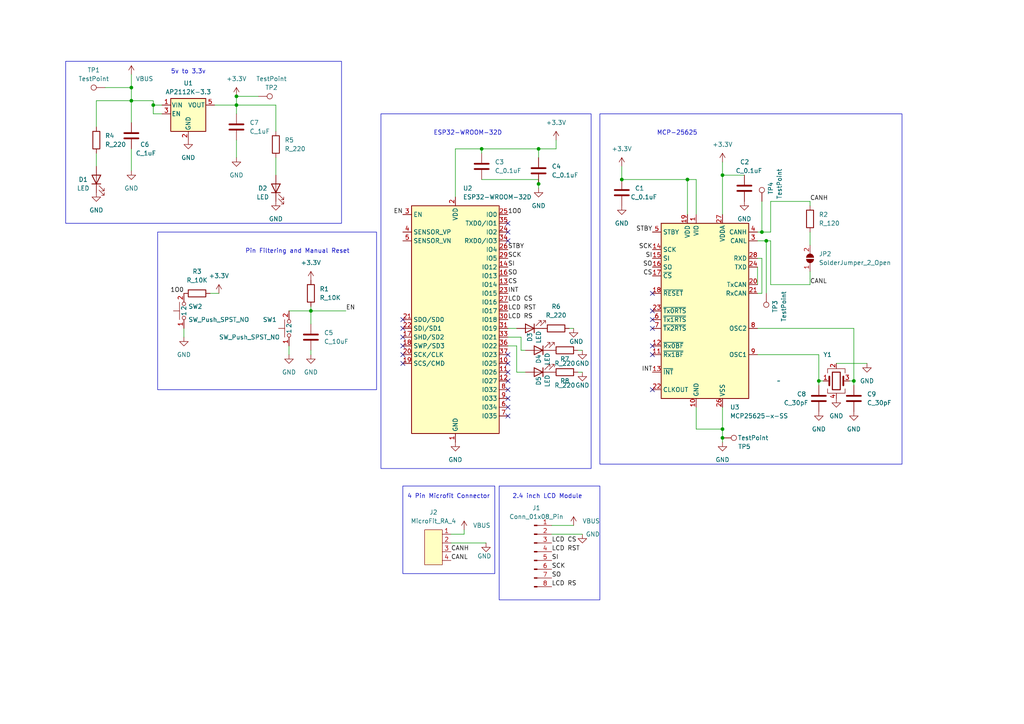
<source format=kicad_sch>
(kicad_sch (version 20230121) (generator eeschema)
  (paper "A4")
  (lib_symbols
    (symbol "Connector:Conn_01x08_Pin" (pin_names (offset 1.016) hide)
      (property "Reference" "J" (at 0 10.16 0))
      (property "Value" "Conn_01x08_Pin" (at 0 -12.7 0))
      (symbol "Conn_01x08_Pin_1_1"
        (polyline (pts (xy 1.27 -10.16) (xy 0.8636 -10.16)) (stroke (width 0.1524)))
        (polyline (pts (xy 1.27 -7.62) (xy 0.8636 -7.62)) (stroke (width 0.1524)))
        (polyline (pts (xy 1.27 -5.08) (xy 0.8636 -5.08)) (stroke (width 0.1524)))
        (polyline (pts (xy 1.27 -2.54) (xy 0.8636 -2.54)) (stroke (width 0.1524)))
        (polyline (pts (xy 1.27 0) (xy 0.8636 0)) (stroke (width 0.1524)))
        (polyline (pts (xy 1.27 2.54) (xy 0.8636 2.54)) (stroke (width 0.1524)))
        (polyline (pts (xy 1.27 5.08) (xy 0.8636 5.08)) (stroke (width 0.1524)))
        (polyline (pts (xy 1.27 7.62) (xy 0.8636 7.62)) (stroke (width 0.1524)))
        (rectangle (start 0.8636 -10.033) (end 0 -10.287) (stroke (width 0.1524)) (fill (type outline)))
        (rectangle (start 0.8636 -7.493) (end 0 -7.747) (stroke (width 0.1524)) (fill (type outline)))
        (rectangle (start 0.8636 -4.953) (end 0 -5.207) (stroke (width 0.1524)) (fill (type outline)))
        (rectangle (start 0.8636 -2.413) (end 0 -2.667) (stroke (width 0.1524)) (fill (type outline)))
        (rectangle (start 0.8636 0.127) (end 0 -0.127) (stroke (width 0.1524)) (fill (type outline)))
        (rectangle (start 0.8636 2.667) (end 0 2.413) (stroke (width 0.1524)) (fill (type outline)))
        (rectangle (start 0.8636 5.207) (end 0 4.953) (stroke (width 0.1524)) (fill (type outline)))
        (rectangle (start 0.8636 7.747) (end 0 7.493) (stroke (width 0.1524)) (fill (type outline)))
        (pin passive line (at 5.08 7.62 180) (length 3.81) (name "Pin_1") (number "1"))
        (pin passive line (at 5.08 5.08 180) (length 3.81) (name "Pin_2") (number "2"))
        (pin passive line (at 5.08 2.54 180) (length 3.81) (name "Pin_3") (number "3"))
        (pin passive line (at 5.08 0 180) (length 3.81) (name "Pin_4") (number "4"))
        (pin passive line (at 5.08 -2.54 180) (length 3.81) (name "Pin_5") (number "5"))
        (pin passive line (at 5.08 -5.08 180) (length 3.81) (name "Pin_6") (number "6"))
        (pin passive line (at 5.08 -7.62 180) (length 3.81) (name "Pin_7") (number "7"))
        (pin passive line (at 5.08 -10.16 180) (length 3.81) (name "Pin_8") (number "8"))
      )
    )
    (symbol "Connector:TestPoint" (pin_numbers hide) (pin_names (offset 0.762) hide)
      (property "Reference" "TP" (at 0 6.858 0))
      (property "Value" "TestPoint" (at 0 5.08 0))
      (symbol "TestPoint_0_1"
        (circle (center 0 3.302) (radius 0.762))
      )
      (symbol "TestPoint_1_1"
        (pin passive line (at 0 0 90) (length 2.54) (name "1") (number "1"))
      )
    )
    (symbol "Device:LED" (pin_numbers hide) (pin_names (offset 1.016) hide)
      (property "Reference" "D" (at 0 2.54 0))
      (property "Value" "LED" (at 0 -2.54 0))
      (symbol "LED_0_1"
        (polyline (pts (xy -1.27 -1.27) (xy -1.27 1.27)) (stroke (width 0.254)))
        (polyline (pts (xy -1.27 0) (xy 1.27 0)))
        (polyline (pts (xy 1.27 -1.27) (xy 1.27 1.27) (xy -1.27 0) (xy 1.27 -1.27)) (stroke (width 0.254)))
        (polyline (pts (xy -3.048 -0.762) (xy -4.572 -2.286) (xy -3.81 -2.286) (xy -4.572 -2.286) (xy -4.572 -1.524)))
        (polyline (pts (xy -1.778 -0.762) (xy -3.302 -2.286) (xy -2.54 -2.286) (xy -3.302 -2.286) (xy -3.302 -1.524)))
      )
      (symbol "LED_1_1"
        (pin passive line (at -3.81 0 0) (length 2.54) (name "K") (number "1"))
        (pin passive line (at 3.81 0 180) (length 2.54) (name "A") (number "2"))
      )
    )
    (symbol "Jumper:SolderJumper_2_Open" (pin_names (offset 0) hide)
      (property "Reference" "JP" (at 0 2.032 0))
      (property "Value" "SolderJumper_2_Open" (at 0 -2.54 0))
      (symbol "SolderJumper_2_Open_0_1"
        (arc (start -0.254 1.016) (mid -1.2656 0) (end -0.254 -1.016))
        (arc (start -0.254 1.016) (mid -1.2656 0) (end -0.254 -1.016) (fill (type outline)))
        (polyline (pts (xy -0.254 1.016) (xy -0.254 -1.016)))
        (polyline (pts (xy 0.254 1.016) (xy 0.254 -1.016)))
        (arc (start 0.254 -1.016) (mid 1.2656 0) (end 0.254 1.016))
        (arc (start 0.254 -1.016) (mid 1.2656 0) (end 0.254 1.016) (fill (type outline)))
      )
      (symbol "SolderJumper_2_Open_1_1"
        (pin passive line (at -3.81 0 0) (length 2.54) (name "A") (number "1"))
        (pin passive line (at 3.81 0 180) (length 2.54) (name "B") (number "2"))
      )
    )
    (symbol "OEM:30pF" (pin_numbers hide) (pin_names (offset 0.254))
      (property "Reference" "C" (at 0.635 2.54 0))
      (property "Value" "30pF" (at 0.635 -2.54 0))
      (symbol "30pF_0_1"
        (polyline (pts (xy -2.032 -0.762) (xy 2.032 -0.762)) (stroke (width 0.508)))
        (polyline (pts (xy -2.032 0.762) (xy 2.032 0.762)) (stroke (width 0.508)))
      )
      (symbol "30pF_1_1"
        (pin passive line (at 0 3.81 270) (length 2.794) (name "~") (number "1"))
        (pin passive line (at 0 -3.81 90) (length 2.794) (name "~") (number "2"))
      )
    )
    (symbol "OEM:Crystal_16MHz_18pF" (pin_names (offset 1.016) hide)
      (property "Reference" "Y" (at 3.175 5.08 0))
      (property "Value" "Crystal_16MHz_18pF" (at 3.175 3.175 0))
      (symbol "Crystal_16MHz_18pF_0_1"
        (rectangle (start -1.143 2.54) (end 1.143 -2.54) (stroke (width 0.3048)))
        (polyline (pts (xy -2.54 0) (xy -2.032 0)))
        (polyline (pts (xy -2.032 -1.27) (xy -2.032 1.27)) (stroke (width 0.508)))
        (polyline (pts (xy 0 -3.81) (xy 0 -3.556)))
        (polyline (pts (xy 0 3.556) (xy 0 3.81)))
        (polyline (pts (xy 2.032 -1.27) (xy 2.032 1.27)) (stroke (width 0.508)))
        (polyline (pts (xy 2.032 0) (xy 2.54 0)))
        (polyline (pts (xy -2.54 -2.286) (xy -2.54 -3.556) (xy 2.54 -3.556) (xy 2.54 -2.286)))
        (polyline (pts (xy -2.54 2.286) (xy -2.54 3.556) (xy 2.54 3.556) (xy 2.54 2.286)))
      )
      (symbol "Crystal_16MHz_18pF_1_1"
        (pin passive line (at -3.81 0 0) (length 1.27) (name "1") (number "1"))
        (pin passive line (at 0 5.08 270) (length 1.27) (name "2") (number "2"))
        (pin passive line (at 3.81 0 180) (length 1.27) (name "3") (number "3"))
        (pin passive line (at 0 -5.08 90) (length 1.27) (name "4") (number "4"))
      )
    )
    (symbol "RF_Module:ESP32-WROOM-32D"
      (property "Reference" "U" (at -12.7 34.29 0))
      (property "Value" "ESP32-WROOM-32D" (at 1.27 34.29 0))
      (symbol "ESP32-WROOM-32D_0_1"
        (rectangle (start -12.7 33.02) (end 12.7 -33.02) (stroke (width 0.254)) (fill (type background)))
      )
      (symbol "ESP32-WROOM-32D_1_1"
        (pin power_in line (at 0 -35.56 90) (length 2.54) (name "GND") (number "1"))
        (pin bidirectional line (at 15.24 -12.7 180) (length 2.54) (name "IO25") (number "10"))
        (pin bidirectional line (at 15.24 -15.24 180) (length 2.54) (name "IO26") (number "11"))
        (pin bidirectional line (at 15.24 -17.78 180) (length 2.54) (name "IO27") (number "12"))
        (pin bidirectional line (at 15.24 10.16 180) (length 2.54) (name "IO14") (number "13"))
        (pin bidirectional line (at 15.24 15.24 180) (length 2.54) (name "IO12") (number "14"))
        (pin passive line (at 0 -35.56 90) (length 2.54) hide (name "GND") (number "15"))
        (pin bidirectional line (at 15.24 12.7 180) (length 2.54) (name "IO13") (number "16"))
        (pin bidirectional line (at -15.24 -5.08 0) (length 2.54) (name "SHD/SD2") (number "17"))
        (pin bidirectional line (at -15.24 -7.62 0) (length 2.54) (name "SWP/SD3") (number "18"))
        (pin bidirectional line (at -15.24 -12.7 0) (length 2.54) (name "SCS/CMD") (number "19"))
        (pin power_in line (at 0 35.56 270) (length 2.54) (name "VDD") (number "2"))
        (pin bidirectional line (at -15.24 -10.16 0) (length 2.54) (name "SCK/CLK") (number "20"))
        (pin bidirectional line (at -15.24 0 0) (length 2.54) (name "SDO/SD0") (number "21"))
        (pin bidirectional line (at -15.24 -2.54 0) (length 2.54) (name "SDI/SD1") (number "22"))
        (pin bidirectional line (at 15.24 7.62 180) (length 2.54) (name "IO15") (number "23"))
        (pin bidirectional line (at 15.24 25.4 180) (length 2.54) (name "IO2") (number "24"))
        (pin bidirectional line (at 15.24 30.48 180) (length 2.54) (name "IO0") (number "25"))
        (pin bidirectional line (at 15.24 20.32 180) (length 2.54) (name "IO4") (number "26"))
        (pin bidirectional line (at 15.24 5.08 180) (length 2.54) (name "IO16") (number "27"))
        (pin bidirectional line (at 15.24 2.54 180) (length 2.54) (name "IO17") (number "28"))
        (pin bidirectional line (at 15.24 17.78 180) (length 2.54) (name "IO5") (number "29"))
        (pin input line (at -15.24 30.48 0) (length 2.54) (name "EN") (number "3"))
        (pin bidirectional line (at 15.24 0 180) (length 2.54) (name "IO18") (number "30"))
        (pin bidirectional line (at 15.24 -2.54 180) (length 2.54) (name "IO19") (number "31"))
        (pin no_connect line (at -12.7 -27.94 0) (length 2.54) hide (name "NC") (number "32"))
        (pin bidirectional line (at 15.24 -5.08 180) (length 2.54) (name "IO21") (number "33"))
        (pin bidirectional line (at 15.24 22.86 180) (length 2.54) (name "RXD0/IO3") (number "34"))
        (pin bidirectional line (at 15.24 27.94 180) (length 2.54) (name "TXD0/IO1") (number "35"))
        (pin bidirectional line (at 15.24 -7.62 180) (length 2.54) (name "IO22") (number "36"))
        (pin bidirectional line (at 15.24 -10.16 180) (length 2.54) (name "IO23") (number "37"))
        (pin passive line (at 0 -35.56 90) (length 2.54) hide (name "GND") (number "38"))
        (pin passive line (at 0 -35.56 90) (length 2.54) hide (name "GND") (number "39"))
        (pin input line (at -15.24 25.4 0) (length 2.54) (name "SENSOR_VP") (number "4"))
        (pin input line (at -15.24 22.86 0) (length 2.54) (name "SENSOR_VN") (number "5"))
        (pin input line (at 15.24 -25.4 180) (length 2.54) (name "IO34") (number "6"))
        (pin input line (at 15.24 -27.94 180) (length 2.54) (name "IO35") (number "7"))
        (pin bidirectional line (at 15.24 -20.32 180) (length 2.54) (name "IO32") (number "8"))
        (pin bidirectional line (at 15.24 -22.86 180) (length 2.54) (name "IO33") (number "9"))
      )
    )
    (symbol "Regulator_Linear:AP2112K-3.3" (pin_names (offset 0.254))
      (property "Reference" "U" (at -5.08 5.715 0))
      (property "Value" "AP2112K-3.3" (at 0 5.715 0))
      (symbol "AP2112K-3.3_0_1"
        (rectangle (start -5.08 4.445) (end 5.08 -5.08) (stroke (width 0.254)) (fill (type background)))
      )
      (symbol "AP2112K-3.3_1_1"
        (pin power_in line (at -7.62 2.54 0) (length 2.54) (name "VIN") (number "1"))
        (pin power_in line (at 0 -7.62 90) (length 2.54) (name "GND") (number "2"))
        (pin input line (at -7.62 0 0) (length 2.54) (name "EN") (number "3"))
        (pin no_connect line (at 5.08 0 180) (length 2.54) hide (name "NC") (number "4"))
        (pin power_out line (at 7.62 2.54 180) (length 2.54) (name "VOUT") (number "5"))
      )
    )
    (symbol "formula:C_0.1uF" (pin_numbers hide) (pin_names (offset 0.254))
      (property "Reference" "C" (at 0.635 2.54 0))
      (property "Value" "C_0.1uF" (at 0.635 -2.54 0))
      (symbol "C_0.1uF_0_1"
        (polyline (pts (xy -2.032 -0.762) (xy 2.032 -0.762)) (stroke (width 0.508)))
        (polyline (pts (xy -2.032 0.762) (xy 2.032 0.762)) (stroke (width 0.508)))
      )
      (symbol "C_0.1uF_1_1"
        (pin passive line (at 0 3.81 270) (length 2.794) (name "~") (number "1"))
        (pin passive line (at 0 -3.81 90) (length 2.794) (name "~") (number "2"))
      )
    )
    (symbol "formula:C_10uF" (pin_numbers hide) (pin_names (offset 0.254))
      (property "Reference" "C" (at 0.635 3.81 0))
      (property "Value" "C_10uF" (at 0.635 -1.27 0))
      (symbol "C_10uF_0_1"
        (polyline (pts (xy -2.032 0.508) (xy 2.032 0.508)) (stroke (width 0.508)))
        (polyline (pts (xy -2.032 2.032) (xy 2.032 2.032)) (stroke (width 0.508)))
      )
      (symbol "C_10uF_1_1"
        (pin passive line (at 0 5.08 270) (length 2.794) (name "~") (number "1"))
        (pin passive line (at 0 -2.54 90) (length 2.794) (name "~") (number "2"))
      )
    )
    (symbol "formula:C_1uF" (pin_numbers hide) (pin_names (offset 0.254))
      (property "Reference" "C" (at 0.635 3.81 0))
      (property "Value" "C_1uF" (at 0.635 -1.27 0))
      (symbol "C_1uF_0_1"
        (polyline (pts (xy -2.032 0.508) (xy 2.032 0.508)) (stroke (width 0.508)))
        (polyline (pts (xy -2.032 2.032) (xy 2.032 2.032)) (stroke (width 0.508)))
      )
      (symbol "C_1uF_1_1"
        (pin passive line (at 0 5.08 270) (length 2.794) (name "~") (number "1"))
        (pin passive line (at 0 -2.54 90) (length 2.794) (name "~") (number "2"))
      )
    )
    (symbol "formula:MCP25625-x-SS"
      (property "Reference" "U" (at -11.43 26.67 0))
      (property "Value" "MCP25625-x-SS" (at 15.24 26.67 0))
      (symbol "MCP25625-x-SS_0_1"
        (rectangle (start -12.7 25.4) (end 12.7 -25.4) (stroke (width 0.254)) (fill (type background)))
      )
      (symbol "MCP25625-x-SS_1_1"
        (pin power_in line (at -2.54 27.94 270) (length 2.54) (name "VIO") (number "1"))
        (pin power_in line (at -2.54 -27.94 90) (length 2.54) (name "GND") (number "10"))
        (pin output line (at -15.24 -12.7 0) (length 2.54) (name "~{Rx1BF}") (number "11"))
        (pin output line (at -15.24 -10.16 0) (length 2.54) (name "~{Rx0BF}") (number "12"))
        (pin output line (at -15.24 -17.78 0) (length 2.54) (name "~{INT}") (number "13"))
        (pin input line (at -15.24 17.78 0) (length 2.54) (name "SCK") (number "14"))
        (pin input line (at -15.24 15.24 0) (length 2.54) (name "SI") (number "15"))
        (pin output line (at -15.24 12.7 0) (length 2.54) (name "SO") (number "16"))
        (pin input line (at -15.24 10.16 0) (length 2.54) (name "~{CS}") (number "17"))
        (pin input line (at -15.24 5.08 0) (length 2.54) (name "~{RESET}") (number "18"))
        (pin power_in line (at -5.08 27.94 270) (length 2.54) (name "VDD") (number "19"))
        (pin no_connect line (at 12.7 -15.24 180) (length 2.54) hide (name "NC") (number "2"))
        (pin output line (at 15.24 7.62 180) (length 2.54) (name "TxCAN") (number "20"))
        (pin input line (at 15.24 5.08 180) (length 2.54) (name "RxCAN") (number "21"))
        (pin output line (at -15.24 -22.86 0) (length 2.54) (name "CLKOUT") (number "22"))
        (pin input line (at -15.24 0 0) (length 2.54) (name "~{Tx0RTS}") (number "23"))
        (pin input line (at 15.24 12.7 180) (length 2.54) (name "TXD") (number "24"))
        (pin no_connect line (at 12.7 -17.78 180) (length 2.54) hide (name "NC") (number "25"))
        (pin power_in line (at 5.08 -27.94 90) (length 2.54) (name "VSS") (number "26"))
        (pin power_in line (at 5.08 27.94 270) (length 2.54) (name "VDDA") (number "27"))
        (pin output line (at 15.24 15.24 180) (length 2.54) (name "RXD") (number "28"))
        (pin bidirectional line (at 15.24 20.32 180) (length 2.54) (name "CANL") (number "3"))
        (pin bidirectional line (at 15.24 22.86 180) (length 2.54) (name "CANH") (number "4"))
        (pin input line (at -15.24 22.86 0) (length 2.54) (name "STBY") (number "5"))
        (pin input line (at -15.24 -2.54 0) (length 2.54) (name "~{Tx1RTS}") (number "6"))
        (pin input line (at -15.24 -5.08 0) (length 2.54) (name "~{Tx2RTS}") (number "7"))
        (pin output line (at 15.24 -5.08 180) (length 2.54) (name "OSC2") (number "8"))
        (pin input line (at 15.24 -12.7 180) (length 2.54) (name "OSC1") (number "9"))
      )
    )
    (symbol "formula:MicroFit_RA_4" (pin_names (offset 1.016))
      (property "Reference" "J" (at 0 10.16 0))
      (property "Value" "MicroFit_RA_4" (at 0 7.62 0))
      (symbol "MicroFit_RA_4_1_1"
        (rectangle (start -2.54 5.08) (end 2.54 -5.08) (fill (type background)))
        (pin input line (at 5.08 3.81 180) (length 2.54) (name "~") (number "1"))
        (pin input line (at 5.08 1.27 180) (length 2.54) (name "~") (number "2"))
        (pin input line (at 5.08 -1.27 180) (length 2.54) (name "~") (number "3"))
        (pin input line (at 5.08 -3.81 180) (length 2.54) (name "~") (number "4"))
      )
    )
    (symbol "formula:R_10K" (pin_numbers hide) (pin_names (offset 0))
      (property "Reference" "R" (at 2.032 0 90))
      (property "Value" "R_10K" (at -2.54 0 90))
      (symbol "R_10K_0_1"
        (rectangle (start -1.016 -2.54) (end 1.016 2.54) (stroke (width 0.254)))
      )
      (symbol "R_10K_1_1"
        (pin passive line (at 0 3.81 270) (length 1.27) (name "~") (number "1"))
        (pin passive line (at 0 -3.81 90) (length 1.27) (name "~") (number "2"))
      )
    )
    (symbol "formula:R_120" (pin_numbers hide) (pin_names (offset 0))
      (property "Reference" "R" (at 2.032 0 90))
      (property "Value" "R_120" (at -2.54 0 90))
      (symbol "R_120_0_1"
        (rectangle (start -1.016 -2.54) (end 1.016 2.54) (stroke (width 0.254)))
      )
      (symbol "R_120_1_1"
        (pin passive line (at 0 3.81 270) (length 1.27) (name "~") (number "1"))
        (pin passive line (at 0 -3.81 90) (length 1.27) (name "~") (number "2"))
      )
    )
    (symbol "formula:SW_Push_SPST_NO" (pin_names (offset 1.016))
      (property "Reference" "SW" (at 2.54 3.81 0))
      (property "Value" "SW_Push_SPST_NO" (at 1.27 -2.54 0))
      (symbol "SW_Push_SPST_NO_1_1"
        (circle (center -2.032 0) (radius 0.508))
        (polyline (pts (xy 0 1.27) (xy 0 3.048)))
        (polyline (pts (xy 2.54 1.27) (xy -2.54 1.27)))
        (circle (center 2.032 0) (radius 0.508))
        (pin passive line (at -5.08 0 0) (length 2.54) (name "1") (number "1"))
        (pin passive line (at 5.08 0 180) (length 2.54) (name "2") (number "2"))
      )
    )
    (symbol "power:+3.3V" (power) (pin_names (offset 0))
      (property "Value" "+3.3V" (at 0 3.556 0))
      (symbol "+3.3V_0_1"
        (polyline (pts (xy -0.762 1.27) (xy 0 2.54)))
        (polyline (pts (xy 0 0) (xy 0 2.54)))
        (polyline (pts (xy 0 2.54) (xy 0.762 1.27)))
      )
      (symbol "+3.3V_1_1"
        (pin power_in line (at 0 0 90) (length 0) hide (name "+3.3V") (number "1"))
      )
    )
    (symbol "power:GND" (power) (pin_names (offset 0))
      (property "Value" "GND" (at 0 -3.81 0))
      (symbol "GND_0_1"
        (polyline (pts (xy 0 0) (xy 0 -1.27) (xy 1.27 -1.27) (xy 0 -2.54) (xy -1.27 -1.27) (xy 0 -1.27)))
      )
      (symbol "GND_1_1"
        (pin power_in line (at 0 0 270) (length 0) hide (name "GND") (number "1"))
      )
    )
    (symbol "power:VBUS" (power) (pin_names (offset 0))
      (property "Value" "VBUS" (at 0 3.81 0))
      (symbol "VBUS_0_1"
        (polyline (pts (xy -0.762 1.27) (xy 0 2.54)))
        (polyline (pts (xy 0 0) (xy 0 2.54)))
        (polyline (pts (xy 0 2.54) (xy 0.762 1.27)))
      )
      (symbol "VBUS_1_1"
        (pin power_in line (at 0 0 90) (length 0) hide (name "VBUS") (number "1"))
      )
    )
  )
  (junction (at 220.98 67.31))
  (junction (at 156.21 53.34))
  (junction (at 199.39 52.07))
  (junction (at 209.55 127))
  (junction (at 237.49 110.49))
  (junction (at 68.58 30.48))
  (junction (at 209.55 124.46))
  (junction (at 44.45 30.48))
  (junction (at 38.1 25.4))
  (junction (at 180.34 52.07))
  (junction (at 139.7 43.18))
  (junction (at 156.21 43.18))
  (junction (at 68.58 27.94))
  (junction (at 209.55 50.8))
  (junction (at 90.17 90.17))
  (junction (at 222.25 69.85))
  (junction (at 247.65 110.49))
  (junction (at 38.1 29.21))
  (no_connect (at 147.32 107.95))
  (no_connect (at 116.84 102.87))
  (no_connect (at 189.23 92.71))
  (no_connect (at 116.84 92.71))
  (no_connect (at 147.32 115.57))
  (no_connect (at 147.32 110.49))
  (no_connect (at 147.32 67.31))
  (no_connect (at 147.32 102.87))
  (no_connect (at 147.32 120.65))
  (no_connect (at 147.32 118.11))
  (no_connect (at 147.32 113.03))
  (no_connect (at 189.23 102.87))
  (no_connect (at 189.23 113.03))
  (no_connect (at 189.23 90.17))
  (no_connect (at 189.23 100.33))
  (no_connect (at 189.23 85.09))
  (no_connect (at 116.84 97.79))
  (no_connect (at 116.84 105.41))
  (no_connect (at 116.84 95.25))
  (no_connect (at 189.23 95.25))
  (no_connect (at 147.32 105.41))
  (no_connect (at 147.32 69.85))
  (no_connect (at 147.32 64.77))
  (no_connect (at 116.84 100.33))
  (wire (pts (xy 234.95 67.31) (xy 234.95 71.12)))
  (wire (pts (xy 166.37 152.4) (xy 160.02 152.4)))
  (wire (pts (xy 90.17 90.17) (xy 90.17 93.98)))
  (wire (pts (xy 44.45 29.21) (xy 44.45 30.48)))
  (wire (pts (xy 223.52 58.42) (xy 223.52 67.31)))
  (wire (pts (xy 38.1 29.21) (xy 27.94 29.21)))
  (wire (pts (xy 201.93 124.46) (xy 209.55 124.46)))
  (wire (pts (xy 83.82 100.33) (xy 83.82 102.87)))
  (wire (pts (xy 223.52 67.31) (xy 220.98 67.31)))
  (wire (pts (xy 38.1 29.21) (xy 44.45 29.21)))
  (wire (pts (xy 209.55 118.11) (xy 209.55 124.46)))
  (wire (pts (xy 149.86 107.95) (xy 152.4 107.95)))
  (wire (pts (xy 156.21 43.18) (xy 161.29 43.18)))
  (wire (pts (xy 156.21 43.18) (xy 156.21 45.72)))
  (wire (pts (xy 27.94 29.21) (xy 27.94 36.83)))
  (wire (pts (xy 168.91 107.95) (xy 167.64 107.95)))
  (wire (pts (xy 223.52 82.55) (xy 234.95 82.55)))
  (wire (pts (xy 149.86 100.33) (xy 149.86 107.95)))
  (wire (pts (xy 68.58 27.94) (xy 68.58 30.48)))
  (wire (pts (xy 234.95 82.55) (xy 234.95 78.74)))
  (wire (pts (xy 60.96 85.09) (xy 63.5 85.09)))
  (wire (pts (xy 209.55 124.46) (xy 209.55 127)))
  (wire (pts (xy 147.32 95.25) (xy 149.86 95.25)))
  (wire (pts (xy 90.17 88.9) (xy 90.17 90.17)))
  (wire (pts (xy 222.25 69.85) (xy 223.52 69.85)))
  (wire (pts (xy 130.81 157.48) (xy 140.97 157.48)))
  (wire (pts (xy 62.23 30.48) (xy 68.58 30.48)))
  (wire (pts (xy 237.49 102.87) (xy 237.49 110.49)))
  (wire (pts (xy 242.57 105.41) (xy 251.46 105.41)))
  (wire (pts (xy 46.99 33.02) (xy 44.45 33.02)))
  (wire (pts (xy 237.49 110.49) (xy 237.49 111.76)))
  (wire (pts (xy 44.45 30.48) (xy 46.99 30.48)))
  (wire (pts (xy 53.34 95.25) (xy 53.34 97.79)))
  (wire (pts (xy 168.91 101.6) (xy 167.64 101.6)))
  (wire (pts (xy 68.58 40.64) (xy 68.58 45.72)))
  (wire (pts (xy 234.95 58.42) (xy 223.52 58.42)))
  (wire (pts (xy 180.34 52.07) (xy 199.39 52.07)))
  (wire (pts (xy 222.25 69.85) (xy 222.25 85.09)))
  (wire (pts (xy 132.08 43.18) (xy 139.7 43.18)))
  (wire (pts (xy 199.39 52.07) (xy 201.93 52.07)))
  (wire (pts (xy 68.58 30.48) (xy 80.01 30.48)))
  (wire (pts (xy 139.7 43.18) (xy 156.21 43.18)))
  (wire (pts (xy 68.58 27.94) (xy 74.93 27.94)))
  (wire (pts (xy 151.13 97.79) (xy 151.13 101.6)))
  (wire (pts (xy 147.32 100.33) (xy 149.86 100.33)))
  (wire (pts (xy 209.55 46.99) (xy 209.55 50.8)))
  (wire (pts (xy 147.32 97.79) (xy 151.13 97.79)))
  (wire (pts (xy 209.55 50.8) (xy 215.9 50.8)))
  (wire (pts (xy 201.93 62.23) (xy 201.93 52.07)))
  (wire (pts (xy 156.21 53.34) (xy 156.21 54.61)))
  (wire (pts (xy 151.13 101.6) (xy 152.4 101.6)))
  (wire (pts (xy 247.65 95.25) (xy 247.65 110.49)))
  (wire (pts (xy 80.01 30.48) (xy 80.01 38.1)))
  (wire (pts (xy 30.48 25.4) (xy 38.1 25.4)))
  (wire (pts (xy 219.71 69.85) (xy 222.25 69.85)))
  (wire (pts (xy 27.94 44.45) (xy 27.94 48.26)))
  (wire (pts (xy 220.98 58.42) (xy 220.98 67.31)))
  (wire (pts (xy 38.1 43.18) (xy 38.1 49.53)))
  (wire (pts (xy 199.39 62.23) (xy 199.39 52.07)))
  (wire (pts (xy 38.1 21.59) (xy 38.1 25.4)))
  (wire (pts (xy 90.17 90.17) (xy 100.33 90.17)))
  (wire (pts (xy 156.21 52.07) (xy 156.21 53.34)))
  (wire (pts (xy 219.71 77.47) (xy 219.71 82.55)))
  (wire (pts (xy 220.98 74.93) (xy 220.98 85.09)))
  (wire (pts (xy 161.29 40.64) (xy 161.29 43.18)))
  (wire (pts (xy 166.37 95.25) (xy 165.1 95.25)))
  (wire (pts (xy 168.91 154.94) (xy 160.02 154.94)))
  (wire (pts (xy 134.62 154.94) (xy 130.81 154.94)))
  (wire (pts (xy 139.7 52.07) (xy 156.21 52.07)))
  (wire (pts (xy 219.71 102.87) (xy 237.49 102.87)))
  (wire (pts (xy 132.08 57.15) (xy 132.08 43.18)))
  (wire (pts (xy 219.71 95.25) (xy 247.65 95.25)))
  (wire (pts (xy 209.55 62.23) (xy 209.55 50.8)))
  (wire (pts (xy 220.98 67.31) (xy 219.71 67.31)))
  (wire (pts (xy 90.17 101.6) (xy 90.17 102.87)))
  (wire (pts (xy 38.1 25.4) (xy 38.1 29.21)))
  (wire (pts (xy 220.98 85.09) (xy 219.71 85.09)))
  (wire (pts (xy 201.93 118.11) (xy 201.93 124.46)))
  (wire (pts (xy 234.95 59.69) (xy 234.95 58.42)))
  (wire (pts (xy 246.38 110.49) (xy 247.65 110.49)))
  (wire (pts (xy 247.65 110.49) (xy 247.65 111.76)))
  (wire (pts (xy 83.82 90.17) (xy 90.17 90.17)))
  (wire (pts (xy 38.1 29.21) (xy 38.1 35.56)))
  (wire (pts (xy 139.7 43.18) (xy 139.7 44.45)))
  (wire (pts (xy 223.52 69.85) (xy 223.52 82.55)))
  (wire (pts (xy 237.49 110.49) (xy 238.76 110.49)))
  (wire (pts (xy 134.62 153.67) (xy 134.62 154.94)))
  (wire (pts (xy 180.34 48.26) (xy 180.34 52.07)))
  (wire (pts (xy 68.58 30.48) (xy 68.58 33.02)))
  (wire (pts (xy 209.55 127) (xy 209.55 128.27)))
  (wire (pts (xy 44.45 33.02) (xy 44.45 30.48)))
  (wire (pts (xy 80.01 45.72) (xy 80.01 50.8)))
  (wire (pts (xy 219.71 74.93) (xy 220.98 74.93)))
  (rectangle (start 45.72 67.31) (end 109.22 113.03))
  (rectangle (start 116.84 140.97) (end 143.51 166.37))
  (rectangle (start 173.99 33.02) (end 261.62 134.62))
  (rectangle (start 110.49 33.02) (end 171.45 135.89))
  (rectangle (start 144.78 140.97) (end 173.99 173.99))
  (rectangle (start 19.05 17.78) (end 99.06 64.77))
  (text "2.4 inch LCD Module" (at 148.59 144.78 0) (effects (font (size 1.27 1.27)) (justify left bottom)))
  (text "4 Pin Microfit Connector" (at 118.11 144.78 0) (effects (font (size 1.27 1.27)) (justify left bottom)))
  (text "ESP32-WROOM-32D" (at 125.73 39.37 0) (effects (font (size 1.27 1.27)) (justify left bottom)))
  (text "5v to 3.3v" (at 49.53 21.59 0) (effects (font (size 1.27 1.27)) (justify left bottom)))
  (text "Pin Filtering and Manual Reset" (at 71.12 73.66 0) (effects (font (size 1.27 1.27)) (justify left bottom)))
  (text "MCP-25625" (at 190.5 39.37 0) (effects (font (size 1.27 1.27)) (justify left bottom)))
  (label "LCD RST" (at 147.32 90.17 0))
  (label "LCD RS" (at 147.32 92.71 0))
  (label "STBY" (at 189.23 67.31 180))
  (label "SO" (at 160.02 167.64 0))
  (label "LCD CS" (at 160.02 157.48 0))
  (label "CS" (at 147.32 82.55 0))
  (label "SCK" (at 189.23 72.39 180))
  (label "LCD RS" (at 160.02 170.18 0))
  (label "CANL" (at 234.95 82.55 0))
  (label "CANL" (at 130.81 162.56 0))
  (label "LCD CS" (at 147.32 87.63 0))
  (label "1O0" (at 147.32 62.23 0))
  (label "CS" (at 189.23 80.01 180))
  (label "CANH" (at 234.95 58.42 0))
  (label "INT" (at 147.32 85.09 0))
  (label "EN" (at 100.33 90.17 0))
  (label "SI" (at 160.02 162.56 0))
  (label "1O0" (at 53.34 85.09 180))
  (label "SCK" (at 160.02 165.1 0))
  (label "SO" (at 147.32 80.01 0))
  (label "LCD RST" (at 160.02 160.02 0))
  (label "CANH" (at 130.81 160.02 0))
  (label "STBY" (at 147.32 72.39 0))
  (label "EN" (at 116.84 62.23 180))
  (label "SCK" (at 147.32 74.93 0))
  (label "SI" (at 147.32 77.47 0))
  (label "SI" (at 189.23 74.93 180))
  (label "SO" (at 189.23 77.47 180))
  (label "INT" (at 189.23 107.95 180))
  (symbol (lib_id "power:GND") (at 242.57 115.57 0) (unit 1)
    (property "Reference" "#PWR?" (effects hide))
    (property "Value" "GND" (at 242.57 120.65 0))
  )
  (symbol (lib_id "power:GND") (at 168.91 107.95 0) (unit 1)
    (property "Reference" "#PWR?" (effects hide))
    (property "Value" "GND" (at 168.91 111.76 0))
  )
  (symbol (lib_id "Connector:TestPoint") (at 74.93 27.94 270) (unit 1)
    (property "Reference" "TP2" (at 78.74 25.4 90))
    (property "Value" "TestPoint" (at 78.74 22.86 90))
    (property "Footprint" "TestPoint:TestPoint_Pad_1.5x1.5mm" (effects hide))
  )
  (symbol (lib_id "power:GND") (at 53.34 97.79 0) (unit 1)
    (property "Reference" "#PWR?" (effects hide))
    (property "Value" "GND" (at 53.34 102.87 0))
  )
  (symbol (lib_id "power:+3.3V") (at 209.55 46.99 0) (unit 1)
    (property "Reference" "#PWR?" (effects hide))
    (property "Value" "+3.3V" (at 209.55 41.91 0))
  )
  (symbol (lib_id "power:VBUS") (at 38.1 21.59 0) (unit 1)
    (property "Reference" "#PWR?" (effects hide))
    (property "Value" "VBUS" (at 41.91 22.86 0))
  )
  (symbol (lib_id "Connector:TestPoint") (at 222.25 85.09 180) (unit 1)
    (property "Reference" "TP3" (at 224.79 88.9 90))
    (property "Value" "TestPoint" (at 227.33 88.9 90))
    (property "Footprint" "TestPoint:TestPoint_Pad_1.5x1.5mm" (effects hide))
  )
  (symbol (lib_id "formula:MCP25625-x-SS") (at 204.47 90.17 0) (unit 1)
    (property "Reference" "U3" (at 211.7441 118.11 0) (effects (justify left)))
    (property "Value" "MCP25625-x-SS" (at 211.7441 120.65 0) (effects (justify left)))
    (property "Footprint" "Package_SO:SSOP-28_5.3x10.2mm_P0.65mm" (effects hide))
    (property "Datasheet" "http://ww1.microchip.com/downloads/en/DeviceDoc/20005282B.pdf" (effects hide))
    (property "MFN" "DK" (effects hide))
    (property "MPN" "MCP25625-E/SS-ND" (effects hide))
    (property "PurchasingLink" "https://www.digikey.com/product-detail/en/microchip-technology/MCP25625-E-SS/MCP25625-E-SS-ND/4842805" (effects hide))
  )
  (symbol (lib_id "power:+3.3V") (at 180.34 48.26 0) (unit 1)
    (property "Reference" "#PWR?" (effects hide))
    (property "Value" "+3.3V" (at 180.34 43.18 0))
  )
  (symbol (lib_id "power:GND") (at 132.08 128.27 0) (unit 1)
    (property "Reference" "#PWR?" (effects hide))
    (property "Value" "GND" (at 132.08 133.35 0))
  )
  (symbol (lib_id "power:GND") (at 251.46 105.41 0) (unit 1)
    (property "Reference" "#PWR?" (effects hide))
    (property "Value" "GND" (at 251.46 110.49 0))
  )
  (symbol (lib_id "power:GND") (at 38.1 49.53 0) (unit 1)
    (property "Reference" "#PWR?" (effects hide))
    (property "Value" "GND" (at 38.1 54.61 0))
  )
  (symbol (lib_id "formula:C_10uF") (at 90.17 99.06 0) (unit 1)
    (property "Reference" "C5" (at 93.98 96.52 0) (effects (justify left)))
    (property "Value" "C_10uF" (at 93.98 99.06 0) (effects (justify left)))
    (property "Footprint" "Capacitor_SMD:C_0603_1608Metric" (effects hide))
    (property "Datasheet" "http://www.samsungsem.com/kr/support/product-search/mlcc/__icsFiles/afieldfile/2018/06/20/CL21A106KPFNNNE.pdf" (effects hide))
    (property "MFN" "DK" (effects hide))
    (property "MPN" "1276-1052-1-ND" (effects hide))
    (property "PurchasingLink" "https://www.digikey.com/product-detail/en/samsung-electro-mechanics/CL21A106KPFNNNE/1276-1052-1-ND/3889138" (effects hide))
  )
  (symbol (lib_id "formula:C_1uF") (at 38.1 40.64 0) (unit 1)
    (property "Reference" "C6" (at 40.64 41.91 0) (effects (justify left)))
    (property "Value" "C_1uF" (at 39.37 44.45 0) (effects (justify left)))
    (property "Footprint" "Capacitor_SMD:C_0603_1608Metric" (effects hide))
    (property "Datasheet" "https://media.digikey.com/pdf/Data%20Sheets/Samsung%20PDFs/CL21B105KBFNNNG_Spec.pdf" (effects hide))
    (property "PurchasingLink" "https://www.digikey.com/en/products/detail/samsung-electro-mechanics/CL21B105KBFNNNG/3894467" (effects hide))
    (property "MFN" "DK" (effects hide))
    (property "MPN" "1276-6470-1-ND" (effects hide))
  )
  (symbol (lib_id "Device:LED") (at 153.67 95.25 180) (unit 1)
    (property "Reference" "D3" (at 153.67 97.79 90))
    (property "Value" "LED" (at 156.21 97.79 90))
    (property "Footprint" "LED_SMD:LED_0603_1608Metric" (effects hide))
  )
  (symbol (lib_id "power:GND") (at 156.21 54.61 0) (unit 1)
    (property "Reference" "#PWR?" (effects hide))
    (property "Value" "GND" (at 156.21 59.69 0))
  )
  (symbol (lib_id "power:GND") (at 90.17 102.87 0) (unit 1)
    (property "Reference" "#PWR?" (effects hide))
    (property "Value" "GND" (at 90.17 107.95 0))
  )
  (symbol (lib_id "formula:R_10K") (at 163.83 101.6 90) (unit 1)
    (property "Reference" "R7" (at 163.83 104.14 90))
    (property "Value" "R_220" (at 163.83 105.41 90))
    (property "Footprint" "footprints:R_0603_1608Metric" (effects hide))
    (property "Datasheet" "http://www.bourns.com/data/global/pdfs/CRS.pdf" (effects hide))
    (property "MFN" "DK" (effects hide))
    (property "MPN" "CRS0805-FX-1002ELFCT-ND" (effects hide))
    (property "PurchasingLink" "https://www.digikey.com/products/en?keywords=CRS0805-FX-1002ELFCT-ND" (effects hide))
  )
  (symbol (lib_id "formula:MicroFit_RA_4") (at 125.73 158.75 0) (unit 1)
    (property "Reference" "J2" (at 125.73 148.59 0))
    (property "Value" "MicroFit_RA_4" (at 125.73 151.13 0))
    (property "Footprint" "footprints:MicroFit_RA_4" (effects hide))
    (property "Purchasing Link" "https://www.digikey.com/product-detail/en/molex/0430450400/WM1814-ND/252527" (effects hide))
    (property "PurchasingLink" "https://www.digikey.com/product-detail/en/molex/0430450400/WM1814-ND/252527" (effects hide))
  )
  (symbol (lib_id "Device:LED") (at 156.21 101.6 180) (unit 1)
    (property "Reference" "D4" (at 156.21 104.14 90))
    (property "Value" "LED" (at 158.75 104.14 90))
    (property "Footprint" "LED_SMD:LED_0603_1608Metric" (effects hide))
  )
  (symbol (lib_id "power:GND") (at 237.49 119.38 0) (unit 1)
    (property "Reference" "#PWR?" (effects hide))
    (property "Value" "GND" (at 237.49 124.46 0))
  )
  (symbol (lib_id "power:GND") (at 166.37 95.25 0) (unit 1)
    (property "Reference" "#PWR?" (effects hide))
    (property "Value" "GND" (at 165.1 99.06 0) (effects (justify left)))
  )
  (symbol (lib_id "formula:R_120") (at 234.95 63.5 0) (unit 1)
    (property "Reference" "R2" (at 237.49 62.23 0) (effects (justify left)))
    (property "Value" "R_120" (at 237.49 64.77 0) (effects (justify left)))
    (property "Footprint" "footprints:R_0603_1608Metric" (effects hide))
    (property "Datasheet" "https://www.mouser.com/datasheet/2/315/AOA0000C304-1149620.pdf" (effects hide))
    (property "MFN" "DK" (effects hide))
    (property "MPN" "667-ERJ-6ENF1200V" (effects hide))
    (property "PurchasingLink" "https://www.mouser.com/ProductDetail/Panasonic-Industrial-Devices/ERJ-6ENF1200V?qs=sGAEpiMZZMvdGkrng054t8AJgcdMkx7x%252bFQnctTMUmU%3d" (effects hide))
  )
  (symbol (lib_id "RF_Module:ESP32-WROOM-32D") (at 132.08 92.71 0) (unit 1)
    (property "Reference" "U2" (at 134.2741 54.61 0) (effects (justify left)))
    (property "Value" "ESP32-WROOM-32D" (at 134.2741 57.15 0) (effects (justify left)))
    (property "Footprint" "RF_Module:ESP32-WROOM-32D" (effects hide))
    (property "Datasheet" "https://www.espressif.com/sites/default/files/documentation/esp32-wroom-32d_esp32-wroom-32u_datasheet_en.pdf" (effects hide))
  )
  (symbol (lib_id "power:+3.3V") (at 63.5 85.09 0) (unit 1)
    (property "Reference" "#PWR?" (effects hide))
    (property "Value" "+3.3V" (at 63.5 80.01 0))
  )
  (symbol (lib_id "OEM:30pF") (at 237.49 115.57 180) (unit 1)
    (property "Reference" "C8" (at 231.14 114.3 0) (effects (justify right)))
    (property "Value" "C_30pF" (at 227.33 116.84 0) (effects (justify right)))
    (property "Footprint" "Capacitor_SMD:C_0603_1608Metric" (effects hide))
    (property "Datasheet" "https://www.seielect.com/Catalog/SEI-CML.PDF" (effects hide))
    (property "MFN" "Stackpole Electronics" (effects hide))
    (property "MPN" "CML0603C0G300JT50V" (effects hide))
    (property "DKPN" "738-CML0603C0G300JT50VDKR-ND" (effects hide))
    (property "NewDesigns" "YES" (effects hide))
    (property "Stocked" "Digi-Reel" (effects hide))
    (property "Package" "0603" (effects hide))
    (property "Style" "SMD" (effects hide))
  )
  (symbol (lib_id "Connector:TestPoint") (at 220.98 58.42 0) (unit 1)
    (property "Reference" "TP4" (at 223.52 54.61 90))
    (property "Value" "TestPoint" (at 226.06 53.34 90))
    (property "Footprint" "TestPoint:TestPoint_Pad_1.5x1.5mm" (effects hide))
  )
  (symbol (lib_id "power:GND") (at 247.65 119.38 0) (unit 1)
    (property "Reference" "#PWR?" (effects hide))
    (property "Value" "GND" (at 247.65 124.46 0))
  )
  (symbol (lib_id "power:+3.3V") (at 161.29 40.64 0) (unit 1)
    (property "Reference" "#PWR?" (effects hide))
    (property "Value" "+3.3V" (at 161.29 35.56 0))
  )
  (symbol (lib_id "Connector:TestPoint") (at 30.48 25.4 90) (unit 1)
    (property "Reference" "TP1" (at 27.178 20.32 90))
    (property "Value" "TestPoint" (at 27.178 22.86 90))
    (property "Footprint" "TestPoint:TestPoint_Pad_1.5x1.5mm" (effects hide))
  )
  (symbol (lib_id "Device:LED") (at 27.94 52.07 90) (unit 1)
    (property "Reference" "D1" (at 24.13 52.07 90))
    (property "Value" "LED" (at 24.13 54.61 90))
    (property "Footprint" "LED_SMD:LED_0603_1608Metric" (effects hide))
  )
  (symbol (lib_id "formula:R_10K") (at 80.01 41.91 0) (unit 1)
    (property "Reference" "R5" (at 82.55 40.64 0) (effects (justify left)))
    (property "Value" "R_220" (at 82.55 43.18 0) (effects (justify left)))
    (property "Footprint" "footprints:R_0603_1608Metric" (effects hide))
    (property "Datasheet" "http://www.bourns.com/data/global/pdfs/CRS.pdf" (effects hide))
    (property "MFN" "DK" (effects hide))
    (property "MPN" "CRS0805-FX-1002ELFCT-ND" (effects hide))
    (property "PurchasingLink" "https://www.digikey.com/products/en?keywords=CRS0805-FX-1002ELFCT-ND" (effects hide))
  )
  (symbol (lib_id "Device:LED") (at 156.21 107.95 180) (unit 1)
    (property "Reference" "D5" (at 156.21 110.49 90))
    (property "Value" "LED" (at 158.75 110.49 90))
    (property "Footprint" "LED_SMD:LED_0603_1608Metric" (effects hide))
  )
  (symbol (lib_id "Device:LED") (at 80.01 54.61 90) (unit 1)
    (property "Reference" "D2" (at 76.2 54.61 90))
    (property "Value" "LED" (at 76.2 57.15 90))
    (property "Footprint" "LED_SMD:LED_0603_1608Metric" (effects hide))
  )
  (symbol (lib_id "power:VBUS") (at 134.62 153.67 0) (unit 1)
    (property "Reference" "#PWR?" (effects hide))
    (property "Value" "VBUS" (at 137.16 152.4 0) (effects (justify left)))
  )
  (symbol (lib_id "formula:R_10K") (at 57.15 85.09 90) (unit 1)
    (property "Reference" "R3" (at 57.15 78.74 90))
    (property "Value" "R_10K" (at 57.15 81.28 90))
    (property "Footprint" "footprints:R_0603_1608Metric" (effects hide))
    (property "Datasheet" "http://www.bourns.com/data/global/pdfs/CRS.pdf" (effects hide))
    (property "MFN" "DK" (effects hide))
    (property "MPN" "CRS0805-FX-1002ELFCT-ND" (effects hide))
    (property "PurchasingLink" "https://www.digikey.com/products/en?keywords=CRS0805-FX-1002ELFCT-ND" (effects hide))
  )
  (symbol (lib_id "power:+3.3V") (at 68.58 27.94 0) (unit 1)
    (property "Reference" "#PWR?" (effects hide))
    (property "Value" "+3.3V" (at 68.58 22.86 0))
  )
  (symbol (lib_id "formula:C_1uF") (at 68.58 38.1 0) (unit 1)
    (property "Reference" "C7" (at 72.39 35.56 0) (effects (justify left)))
    (property "Value" "C_1uF" (at 72.39 38.1 0) (effects (justify left)))
    (property "Footprint" "Capacitor_SMD:C_0603_1608Metric" (effects hide))
    (property "Datasheet" "https://media.digikey.com/pdf/Data%20Sheets/Samsung%20PDFs/CL21B105KBFNNNG_Spec.pdf" (effects hide))
    (property "PurchasingLink" "https://www.digikey.com/en/products/detail/samsung-electro-mechanics/CL21B105KBFNNNG/3894467" (effects hide))
    (property "MFN" "DK" (effects hide))
    (property "MPN" "1276-6470-1-ND" (effects hide))
  )
  (symbol (lib_id "power:GND") (at 27.94 55.88 0) (unit 1)
    (property "Reference" "#PWR?" (effects hide))
    (property "Value" "GND" (at 27.94 60.96 0))
  )
  (symbol (lib_id "OEM:Crystal_16MHz_18pF") (at 242.57 110.49 0) (unit 1)
    (property "Reference" "Y1" (at 238.76 102.87 0) (effects (justify left)))
    (property "Value" "~" (at 225.298 110.49 0) (effects (justify left)))
    (property "Footprint" "OEM:Crystal_TXC7M" (effects hide))
    (property "Datasheet" "http://txccrystal.com/images/pdf/7m.pdf" (effects hide))
    (property "MFN" "TXC" (effects hide))
    (property "MPN" "7M-16.000MAAJ-T" (effects hide))
    (property "DKPN" "887-1125-1-ND" (effects hide))
    (property "NewDesigns" "YES" (effects hide))
    (property "Stocked" "Tape" (effects hide))
    (property "Package" "Custom" (effects hide))
    (property "Style" "SMD" (effects hide))
  )
  (symbol (lib_id "power:VBUS") (at 166.37 152.4 0) (unit 1)
    (property "Reference" "#PWR?" (effects hide))
    (property "Value" "VBUS" (at 168.91 151.13 0) (effects (justify left)))
  )
  (symbol (lib_id "Regulator_Linear:AP2112K-3.3") (at 54.61 33.02 0) (unit 1)
    (property "Reference" "U1" (at 54.61 24.13 0))
    (property "Value" "AP2112K-3.3" (at 54.61 26.67 0))
    (property "Footprint" "Package_TO_SOT_SMD:SOT-23-5" (effects hide))
    (property "Datasheet" "https://www.diodes.com/assets/Datasheets/AP2112.pdf" (effects hide))
  )
  (symbol (lib_id "formula:SW_Push_SPST_NO") (at 83.82 95.25 90) (unit 1)
    (property "Reference" "SW1" (at 76.2 92.71 90) (effects (justify right)))
    (property "Value" "SW_Push_SPST_NO" (at 63.5 97.79 90) (effects (justify right)))
    (property "Footprint" "footprints:SW_B3U-1000P_4.2x1.7mm" (effects hide))
    (property "Datasheet" "https://omronfs.omron.com/en_US/ecb/products/pdf/en-b3u.pdf" (effects hide))
    (property "MFN" "DK" (effects hide))
    (property "MPN" "SW1020CT-ND" (effects hide))
    (property "PurchasingLink" "https://www.digikey.com/product-detail/en/omron-electronics-inc-emc-div/B3U-1000P/SW1020CT-ND/1534357A" (effects hide))
  )
  (symbol (lib_id "power:GND") (at 83.82 102.87 0) (unit 1)
    (property "Reference" "#PWR?" (effects hide))
    (property "Value" "GND" (at 83.82 107.95 0))
  )
  (symbol (lib_id "formula:R_10K") (at 163.83 107.95 90) (unit 1)
    (property "Reference" "R8" (at 163.83 110.49 90))
    (property "Value" "R_220" (at 163.83 111.76 90))
    (property "Footprint" "footprints:R_0603_1608Metric" (effects hide))
    (property "Datasheet" "http://www.bourns.com/data/global/pdfs/CRS.pdf" (effects hide))
    (property "MFN" "DK" (effects hide))
    (property "MPN" "CRS0805-FX-1002ELFCT-ND" (effects hide))
    (property "PurchasingLink" "https://www.digikey.com/products/en?keywords=CRS0805-FX-1002ELFCT-ND" (effects hide))
  )
  (symbol (lib_id "power:GND") (at 215.9 58.42 0) (unit 1)
    (property "Reference" "#PWR?" (effects hide))
    (property "Value" "GND" (at 215.9 63.5 0))
  )
  (symbol (lib_id "power:GND") (at 168.91 154.94 0) (unit 1)
    (property "Reference" "#PWR?" (effects hide))
    (property "Value" "GND" (at 173.99 154.94 0) (effects (justify right)))
  )
  (symbol (lib_id "power:+3.3V") (at 90.17 81.28 0) (unit 1)
    (property "Reference" "#PWR?" (effects hide))
    (property "Value" "+3.3V" (at 90.17 76.2 0))
  )
  (symbol (lib_id "Connector:TestPoint") (at 209.55 127 270) (unit 1)
    (property "Reference" "TP5" (at 215.9 129.54 90))
    (property "Value" "TestPoint" (at 218.44 127 90))
    (property "Footprint" "TestPoint:TestPoint_Pad_1.5x1.5mm" (effects hide))
  )
  (symbol (lib_id "formula:C_0.1uF") (at 156.21 49.53 0) (unit 1)
    (property "Reference" "C4" (at 160.02 48.26 0) (effects (justify left)))
    (property "Value" "C_0.1uF" (at 160.02 50.8 0) (effects (justify left)))
    (property "Footprint" "Capacitor_SMD:C_0603_1608Metric" (effects hide))
    (property "Datasheet" "http://datasheets.avx.com/X7RDielectric.pdf" (effects hide))
    (property "MFN" "DK" (effects hide))
    (property "MPN" "478-3352-1-ND" (effects hide))
    (property "PurchasingLink" "https://www.digikey.com/products/en?keywords=478-3352-1-ND" (effects hide))
  )
  (symbol (lib_id "power:GND") (at 168.91 101.6 0) (unit 1)
    (property "Reference" "#PWR?" (effects hide))
    (property "Value" "GND" (at 168.91 105.41 0))
  )
  (symbol (lib_id "formula:R_10K") (at 161.29 95.25 90) (unit 1)
    (property "Reference" "R6" (at 161.29 88.9 90))
    (property "Value" "R_220" (at 161.29 91.44 90))
    (property "Footprint" "footprints:R_0603_1608Metric" (effects hide))
    (property "Datasheet" "http://www.bourns.com/data/global/pdfs/CRS.pdf" (effects hide))
    (property "MFN" "DK" (effects hide))
    (property "MPN" "CRS0805-FX-1002ELFCT-ND" (effects hide))
    (property "PurchasingLink" "https://www.digikey.com/products/en?keywords=CRS0805-FX-1002ELFCT-ND" (effects hide))
  )
  (symbol (lib_id "formula:C_0.1uF") (at 139.7 48.26 0) (unit 1)
    (property "Reference" "C3" (at 143.51 46.99 0) (effects (justify left)))
    (property "Value" "C_0.1uF" (at 143.51 49.53 0) (effects (justify left)))
    (property "Footprint" "Capacitor_SMD:C_0603_1608Metric" (effects hide))
    (property "Datasheet" "http://datasheets.avx.com/X7RDielectric.pdf" (effects hide))
    (property "MFN" "DK" (effects hide))
    (property "MPN" "478-3352-1-ND" (effects hide))
    (property "PurchasingLink" "https://www.digikey.com/products/en?keywords=478-3352-1-ND" (effects hide))
  )
  (symbol (lib_id "power:GND") (at 80.01 58.42 0) (unit 1)
    (property "Reference" "#PWR?" (effects hide))
    (property "Value" "GND" (at 80.01 63.5 0))
  )
  (symbol (lib_id "formula:R_10K") (at 27.94 40.64 0) (unit 1)
    (property "Reference" "R4" (at 30.48 39.37 0) (effects (justify left)))
    (property "Value" "R_220" (at 30.48 41.91 0) (effects (justify left)))
    (property "Footprint" "footprints:R_0603_1608Metric" (effects hide))
    (property "Datasheet" "http://www.bourns.com/data/global/pdfs/CRS.pdf" (effects hide))
    (property "MFN" "DK" (effects hide))
    (property "MPN" "CRS0805-FX-1002ELFCT-ND" (effects hide))
    (property "PurchasingLink" "https://www.digikey.com/products/en?keywords=CRS0805-FX-1002ELFCT-ND" (effects hide))
  )
  (symbol (lib_id "power:GND") (at 140.97 157.48 0) (unit 1)
    (property "Reference" "#PWR?" (effects hide))
    (property "Value" "GND" (at 138.43 161.29 0) (effects (justify left)))
  )
  (symbol (lib_id "formula:R_10K") (at 90.17 85.09 0) (unit 1)
    (property "Reference" "R1" (at 92.71 83.82 0) (effects (justify left)))
    (property "Value" "R_10K" (at 92.71 86.36 0) (effects (justify left)))
    (property "Footprint" "footprints:R_0603_1608Metric" (effects hide))
    (property "Datasheet" "http://www.bourns.com/data/global/pdfs/CRS.pdf" (effects hide))
    (property "MFN" "DK" (effects hide))
    (property "MPN" "CRS0805-FX-1002ELFCT-ND" (effects hide))
    (property "PurchasingLink" "https://www.digikey.com/products/en?keywords=CRS0805-FX-1002ELFCT-ND" (effects hide))
  )
  (symbol (lib_id "formula:C_0.1uF") (at 215.9 54.61 0) (unit 1)
    (property "Reference" "C2" (at 214.63 46.99 0) (effects (justify left)))
    (property "Value" "C_0.1uF" (at 213.36 49.53 0) (effects (justify left)))
    (property "Footprint" "Capacitor_SMD:C_0603_1608Metric" (effects hide))
    (property "Datasheet" "http://datasheets.avx.com/X7RDielectric.pdf" (effects hide))
    (property "MFN" "DK" (effects hide))
    (property "MPN" "478-3352-1-ND" (effects hide))
    (property "PurchasingLink" "https://www.digikey.com/products/en?keywords=478-3352-1-ND" (effects hide))
  )
  (symbol (lib_id "OEM:30pF") (at 247.65 115.57 0) (unit 1)
    (property "Reference" "C9" (at 251.46 114.2999 0) (effects (justify left)))
    (property "Value" "C_30pF" (at 251.46 116.8399 0) (effects (justify left)))
    (property "Footprint" "Capacitor_SMD:C_0603_1608Metric" (effects hide))
    (property "Datasheet" "https://www.seielect.com/Catalog/SEI-CML.PDF" (effects hide))
    (property "MFN" "Stackpole Electronics" (effects hide))
    (property "MPN" "CML0603C0G300JT50V" (effects hide))
    (property "DKPN" "738-CML0603C0G300JT50VDKR-ND" (effects hide))
    (property "NewDesigns" "YES" (effects hide))
    (property "Stocked" "Digi-Reel" (effects hide))
    (property "Package" "0603" (effects hide))
    (property "Style" "SMD" (effects hide))
  )
  (symbol (lib_id "formula:SW_Push_SPST_NO") (at 53.34 90.17 90) (unit 1)
    (property "Reference" "SW2" (at 54.61 88.9 90) (effects (justify right)))
    (property "Value" "SW_Push_SPST_NO" (at 54.61 92.71 90) (effects (justify right)))
    (property "Footprint" "footprints:SW_B3U-1000P_4.2x1.7mm" (effects hide))
    (property "Datasheet" "https://omronfs.omron.com/en_US/ecb/products/pdf/en-b3u.pdf" (effects hide))
    (property "MFN" "DK" (effects hide))
    (property "MPN" "SW1020CT-ND" (effects hide))
    (property "PurchasingLink" "https://www.digikey.com/product-detail/en/omron-electronics-inc-emc-div/B3U-1000P/SW1020CT-ND/1534357A" (effects hide))
  )
  (symbol (lib_id "power:GND") (at 68.58 45.72 0) (unit 1)
    (property "Reference" "#PWR?" (effects hide))
    (property "Value" "GND" (at 68.58 50.8 0))
  )
  (symbol (lib_id "formula:C_0.1uF") (at 180.34 55.88 0) (unit 1)
    (property "Reference" "C1" (at 184.15 54.61 0) (effects (justify left)))
    (property "Value" "C_0.1uF" (at 182.88 57.15 0) (effects (justify left)))
    (property "Footprint" "Capacitor_SMD:C_0603_1608Metric" (effects hide))
    (property "Datasheet" "http://datasheets.avx.com/X7RDielectric.pdf" (effects hide))
    (property "MFN" "DK" (effects hide))
    (property "MPN" "478-3352-1-ND" (effects hide))
    (property "PurchasingLink" "https://www.digikey.com/products/en?keywords=478-3352-1-ND" (effects hide))
  )
  (symbol (lib_id "Connector:Conn_01x08_Pin") (at 154.94 160.02 0) (unit 1)
    (property "Reference" "J1" (at 155.575 147.32 0))
    (property "Value" "Conn_01x08_Pin" (at 155.575 149.86 0))
    (property "Footprint" "Connector_PinHeader_2.54mm:PinHeader_1x08_P2.54mm_Vertical" (effects hide))
  )
  (symbol (lib_id "power:GND") (at 209.55 128.27 0) (unit 1)
    (property "Reference" "#PWR?" (effects hide))
    (property "Value" "GND" (at 209.55 133.35 0))
  )
  (symbol (lib_id "Jumper:SolderJumper_2_Open") (at 234.95 74.93 90) (unit 1)
    (property "Reference" "JP2" (at 237.49 73.66 90) (effects (justify right)))
    (property "Value" "SolderJumper_2_Open" (at 237.49 76.2 90) (effects (justify right)))
    (property "Footprint" "footprints:SolderJumper-2_Open_Hooks0.8x1.8mm" (effects hide))
  )
  (symbol (lib_id "power:GND") (at 180.34 59.69 0) (unit 1)
    (property "Reference" "#PWR?" (effects hide))
    (property "Value" "GND" (at 180.34 64.77 0))
  )
  (symbol (lib_id "power:GND") (at 54.61 40.64 0) (unit 1)
    (property "Reference" "#PWR?" (effects hide))
    (property "Value" "GND" (at 54.61 45.72 0))
  )
)
</source>
